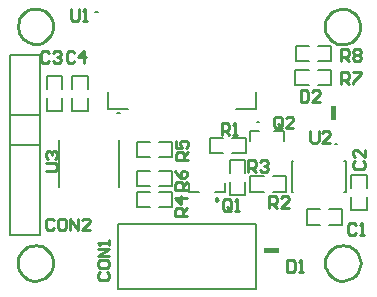
<source format=gto>
%FSTAX23Y23*%
%MOIN*%
%SFA1B1*%

%IPPOS*%
%ADD23C,0.010000*%
%ADD43C,0.007870*%
%ADD44C,0.009840*%
%ADD45C,0.005000*%
%ADD46C,0.008000*%
%LNsrt-wren-25-22-v101-1*%
%LPD*%
G36*
X00908Y0014D02*
X00859D01*
Y00157*
X00908*
Y0014*
G37*
G36*
X01099Y00581D02*
X01082D01*
Y0063*
X01099*
Y00581*
G37*
G54D23*
X01179Y00894D02*
X01178Y00904D01*
X01176Y00913*
X01172Y00923*
X01166Y00931*
X01159Y00938*
X01151Y00944*
X01142Y00949*
X01132Y00951*
X01123Y00953*
X01113Y00952*
X01103Y0095*
X01093Y00946*
X01085Y00941*
X01077Y00935*
X01071Y00927*
X01066Y00918*
X01063Y00909*
X01061Y00899*
Y00889*
X01063Y00879*
X01066Y00869*
X01071Y00861*
X01077Y00853*
X01085Y00846*
X01093Y00841*
X01103Y00837*
X01113Y00835*
X01123Y00835*
X01132Y00836*
X01142Y00839*
X01151Y00843*
X01159Y00849*
X01166Y00857*
X01172Y00865*
X01176Y00874*
X01178Y00884*
X01179Y00894*
X0118Y00106D02*
X01179Y00116D01*
X01176Y00125*
X01172Y00135*
X01167Y00143*
X0116Y0015*
X01152Y00156*
X01143Y00161*
X01133Y00164*
X01123Y00165*
X01113Y00164*
X01103Y00162*
X01094Y00159*
X01085Y00153*
X01078Y00147*
X01072Y00139*
X01067Y0013*
X01063Y00121*
X01062Y00111*
Y00101*
X01063Y00091*
X01067Y00082*
X01072Y00073*
X01078Y00065*
X01085Y00058*
X01094Y00053*
X01103Y00049*
X01113Y00047*
X01123Y00047*
X01133Y00048*
X01143Y00051*
X01152Y00056*
X0116Y00061*
X01167Y00069*
X01172Y00077*
X01176Y00086*
X01179Y00096*
X0118Y00106*
X00155D02*
X00154Y00116D01*
X00152Y00125*
X00148Y00135*
X00142Y00143*
X00135Y0015*
X00127Y00156*
X00118Y00161*
X00108Y00164*
X00098Y00165*
X00088Y00164*
X00079Y00162*
X00069Y00159*
X00061Y00153*
X00053Y00147*
X00047Y00139*
X00042Y0013*
X00039Y00121*
X00037Y00111*
Y00101*
X00039Y00091*
X00042Y00082*
X00047Y00073*
X00053Y00065*
X00061Y00058*
X00069Y00053*
X00079Y00049*
X00088Y00047*
X00098Y00047*
X00108Y00048*
X00118Y00051*
X00127Y00056*
X00135Y00061*
X00142Y00069*
X00148Y00077*
X00152Y00086*
X00154Y00096*
X00155Y00106*
X00156Y00895D02*
X00155Y00905D01*
X00153Y00915*
X00149Y00924*
X00143Y00932*
X00136Y0094*
X00128Y00945*
X00119Y0095*
X00109Y00953*
X00099Y00954*
X00089Y00954*
X0008Y00952*
X0007Y00948*
X00062Y00943*
X00054Y00936*
X00048Y00928*
X00043Y0092*
X0004Y0091*
X00038Y009*
Y0089*
X0004Y0088*
X00043Y00871*
X00048Y00862*
X00054Y00854*
X00062Y00848*
X0007Y00842*
X0008Y00839*
X00089Y00837*
X00099Y00836*
X00109Y00837*
X00119Y0084*
X00128Y00845*
X00136Y00851*
X00143Y00858*
X00149Y00866*
X00153Y00876*
X00155Y00885*
X00156Y00895*
X01013Y00546D02*
Y00513D01*
X0102Y00506*
X01033*
X0104Y00513*
Y00546*
X01079Y00506D02*
X01053D01*
X01079Y00533*
Y00539*
X01072Y00546*
X01059*
X01053Y00539*
X0013Y00413D02*
X00163D01*
X00169Y0042*
Y00433*
X00163Y0044*
X0013*
X00137Y00453D02*
X0013Y00459D01*
Y00472*
X00137Y00479*
X00143*
X0015Y00472*
Y00466*
Y00472*
X00156Y00479*
X00163*
X00169Y00472*
Y00459*
X00163Y00453*
X01162Y00445D02*
X01156Y00438D01*
Y00425*
X01162Y00419*
X01188*
X01195Y00425*
Y00438*
X01188Y00445*
X01195Y00484D02*
Y00458D01*
X01169Y00484*
X01162*
X01156Y00478*
Y00465*
X01162Y00458*
X00141Y00807D02*
X00135Y00813D01*
X00122*
X00115Y00807*
Y0078*
X00122Y00774*
X00135*
X00141Y0078*
X00154Y00807D02*
X00161Y00813D01*
X00174*
X00181Y00807*
Y008*
X00174Y00793*
X00168*
X00174*
X00181Y00787*
Y0078*
X00174Y00774*
X00161*
X00154Y0078*
X00226Y00807D02*
X0022Y00813D01*
X00207*
X002Y00807*
Y0078*
X00207Y00774*
X0022*
X00226Y0078*
X00259Y00774D02*
Y00813D01*
X00239Y00793*
X00266*
X00935Y00115D02*
Y00075D01*
X00954*
X00961Y00082*
Y00108*
X00954Y00115*
X00935*
X00974Y00075D02*
X00987D01*
X0098*
Y00115*
X00974Y00108*
X01115Y00704D02*
Y00743D01*
X01135*
X01141Y00737*
Y00723*
X01135Y00717*
X01115*
X01128D02*
X01141Y00704D01*
X01154Y00743D02*
X01181D01*
Y00737*
X01154Y0071*
Y00704*
X01115Y00779D02*
Y00818D01*
X01135*
X01141Y00812*
Y00798*
X01135Y00792*
X01115*
X01128D02*
X01141Y00779D01*
X01154Y00812D02*
X01161Y00818D01*
X01174*
X01181Y00812*
Y00805*
X01174Y00798*
X01181Y00792*
Y00785*
X01174Y00779*
X01161*
X01154Y00785*
Y00792*
X01161Y00798*
X01154Y00805*
Y00812*
X01161Y00798D02*
X01174D01*
X00717Y00532D02*
Y00572D01*
X00736*
X00743Y00565*
Y00552*
X00736Y00546*
X00717*
X0073D02*
X00743Y00532D01*
X00756D02*
X00769D01*
X00763*
Y00572*
X00756Y00565*
X006Y00264D02*
X00561D01*
Y00283*
X00567Y0029*
X0058*
X00587Y00283*
Y00264*
Y00277D02*
X006Y0029D01*
Y00323D02*
X00561D01*
X0058Y00303*
Y00329*
X006Y00349D02*
X00561D01*
Y00368*
X00567Y00375*
X0058*
X00587Y00368*
Y00349*
Y00362D02*
X006Y00375D01*
X00561Y00414D02*
X00567Y00401D01*
X0058Y00388*
X00593*
X006Y00395*
Y00408*
X00593Y00414*
X00587*
X0058Y00408*
Y00388*
X00605Y00449D02*
X00566D01*
Y00468*
X00572Y00475*
X00585*
X00592Y00468*
Y00449*
Y00462D02*
X00605Y00475D01*
X00566Y00514D02*
Y00488D01*
X00585*
X00579Y00501*
Y00508*
X00585Y00514*
X00598*
X00605Y00508*
Y00495*
X00598Y00488*
X00215Y00953D02*
Y0092D01*
X00222Y00914*
X00235*
X00241Y0092*
Y00953*
X00254Y00914D02*
X00268D01*
X00261*
Y00953*
X00254Y00947*
X00875Y00289D02*
Y00328D01*
X00894*
X00901Y00322*
Y00308*
X00894Y00302*
X00875*
X00888D02*
X00901Y00289D01*
X0094D02*
X00914D01*
X0094Y00315*
Y00322*
X00934Y00328*
X0092*
X00914Y00322*
X00917Y00562D02*
Y00588D01*
X00911Y00594*
X00897*
X00891Y00588*
Y00562*
X00897Y00555*
X00911*
X00904Y00568D02*
X00917Y00555D01*
X00911D02*
X00917Y00562D01*
X00956Y00555D02*
X0093D01*
X00956Y00581*
Y00588*
X0095Y00594*
X00937*
X0093Y00588*
X00806Y00409D02*
Y00448D01*
X00825*
X00832Y00442*
Y00429*
X00825Y00422*
X00806*
X00819D02*
X00832Y00409D01*
X00845Y00442D02*
X00852Y00448D01*
X00865*
X00871Y00442*
Y00435*
X00865Y00429*
X00858*
X00865*
X00871Y00422*
Y00416*
X00865Y00409*
X00852*
X00845Y00416*
X01165Y00232D02*
X01158Y00239D01*
X01145*
X01139Y00232*
Y00206*
X01145Y00199*
X01158*
X01165Y00206*
X01178Y00199D02*
X01191D01*
X01185*
Y00239*
X01178Y00232*
X0031Y00076D02*
X00304Y00069D01*
Y00056*
X0031Y00049*
X00336*
X00343Y00056*
Y00069*
X00336Y00076*
X00304Y00108D02*
Y00095D01*
X0031Y00089*
X00336*
X00343Y00095*
Y00108*
X00336Y00115*
X0031*
X00304Y00108*
X00343Y00128D02*
X00304D01*
X00343Y00154*
X00304*
X00343Y00167D02*
Y00181D01*
Y00174*
X00304*
X0031Y00167*
X0098Y00683D02*
Y00643D01*
X00999*
X01006Y0065*
Y00676*
X00999Y00683*
X0098*
X01045Y00643D02*
X01019D01*
X01045Y00669*
Y00676*
X01039Y00683*
X01026*
X01019Y00676*
X00159Y00248D02*
X00152Y00254D01*
X00139*
X00133Y00248*
Y00222*
X00139Y00215*
X00152*
X00159Y00222*
X00192Y00254D02*
X00179D01*
X00172Y00248*
Y00222*
X00179Y00215*
X00192*
X00198Y00222*
Y00248*
X00192Y00254*
X00211Y00215D02*
Y00254D01*
X00238Y00215*
Y00254*
X00277Y00215D02*
X00251D01*
X00277Y00241*
Y00248*
X0027Y00254*
X00257*
X00251Y00248*
X00747Y00286D02*
Y00312D01*
X00741Y00319*
X00728*
X00721Y00312*
Y00286*
X00728Y00279*
X00741*
X00734Y00292D02*
X00747Y00279D01*
X00741D02*
X00747Y00286D01*
X00761Y00279D02*
X00774D01*
X00767*
Y00319*
X00761Y00312*
G54D43*
X01103Y00504D02*
X01095D01*
X01103*
X00377Y00607D02*
X00369D01*
X00377*
X00304Y00943D02*
X00296D01*
X00304*
X00842Y00577D02*
X00834D01*
X00842*
X00813Y00344D02*
Y00395D01*
X00888D02*
X00932D01*
X00888Y00344D02*
X00932D01*
Y00395*
X00813Y00344D02*
X00857D01*
X00813Y00395D02*
X00857D01*
X00678Y00524D02*
X00722D01*
X00678Y00473D02*
X00722D01*
X00797D02*
Y00524D01*
X00753Y00473D02*
X00797D01*
X00753Y00524D02*
X00797D01*
X00678Y00473D02*
Y00524D01*
X00219Y00612D02*
Y00655D01*
X00271Y00612D02*
Y00655D01*
X00219Y0073D02*
X00271D01*
Y00687D02*
Y0073D01*
X00219Y00687D02*
Y0073D01*
Y00612D02*
X00271D01*
X01149Y00282D02*
Y00325D01*
X01201Y00282D02*
Y00325D01*
X01149Y004D02*
X01201D01*
Y00357D02*
Y004D01*
X01149Y00357D02*
Y004D01*
Y00282D02*
X01201D01*
X00134Y00612D02*
Y00655D01*
X00186Y00612D02*
Y00655D01*
X00134Y0073D02*
X00186D01*
Y00687D02*
Y0073D01*
X00134Y00687D02*
Y0073D01*
Y00612D02*
X00186D01*
X01038Y00778D02*
X01082D01*
X01038Y00829D02*
X01082D01*
X00964Y00778D02*
Y00829D01*
X01007*
X00964Y00778D02*
X01007D01*
X01082D02*
Y00829D01*
X00963Y00749D02*
X01007D01*
X00963Y00698D02*
X01007D01*
X01082D02*
Y00749D01*
X01038Y00698D02*
X01082D01*
X01038Y00749D02*
X01082D01*
X00963Y00698D02*
Y00749D01*
X00508Y00363D02*
X00552D01*
X00508Y00414D02*
X00552D01*
X00434Y00363D02*
Y00414D01*
X00477*
X00434Y00363D02*
X00477D01*
X00552D02*
Y00414D01*
X00508Y00293D02*
X00552D01*
X00508Y00344D02*
X00552D01*
X00434Y00293D02*
Y00344D01*
X00477*
X00434Y00293D02*
X00477D01*
X00552D02*
Y00344D01*
X00508Y00458D02*
X00552D01*
X00508Y00509D02*
X00552D01*
X00434Y00458D02*
Y00509D01*
X00477*
X00434Y00458D02*
X00477D01*
X00552D02*
Y00509D01*
X00744Y0045D02*
X00796D01*
Y00332D02*
Y00376D01*
X00744Y00332D02*
Y00376D01*
Y00332D02*
X00796D01*
X00744Y00407D02*
Y0045D01*
X00796Y00407D02*
Y0045D01*
X01Y00234D02*
Y00285D01*
X01075D02*
X01119D01*
X01075Y00234D02*
X01119D01*
Y00285*
X01Y00234D02*
X01044D01*
X01Y00285D02*
X01044D01*
X00012Y008D02*
X00112D01*
X00012Y005D02*
X00112D01*
X00012D02*
Y00798D01*
X00112Y005D02*
Y008D01*
X00012Y002D02*
X00112D01*
X00012D02*
Y006D01*
X00112Y002D02*
Y006D01*
X00012D02*
X00112D01*
X00609Y00343D02*
X0064D01*
X00609D02*
Y00374D01*
X00695Y00343D02*
X00727D01*
Y00374*
G54D44*
X00706Y00317D02*
X00699Y00321D01*
Y00313*
X00706Y00317*
G54D45*
X01125Y00343D02*
X01131D01*
Y00445*
X01125D02*
X01131D01*
X0095D02*
X00955D01*
X0095Y00343D02*
Y00445D01*
Y00343D02*
X00955D01*
X00374Y0036D02*
Y00517D01*
X00176Y0036D02*
Y00517D01*
X00339Y00618D02*
Y00675D01*
Y00618D02*
X00405D01*
X00765D02*
X00831D01*
Y00675*
X0081Y00512D02*
Y00546D01*
X00925Y00512D02*
Y00546D01*
X00892D02*
X00925D01*
X0081D02*
X00843D01*
G54D46*
X00833Y0002D02*
Y00237D01*
X00666D02*
X00833D01*
X00666Y0002D02*
X00833D01*
X00567Y00237D02*
X00784D01*
X00567Y0002D02*
X00784D01*
X00469Y00237D02*
X00686D01*
X00469Y0002D02*
X00686D01*
X00371D02*
Y00237D01*
X00587*
X00371Y0002D02*
X00587D01*
M02*
</source>
